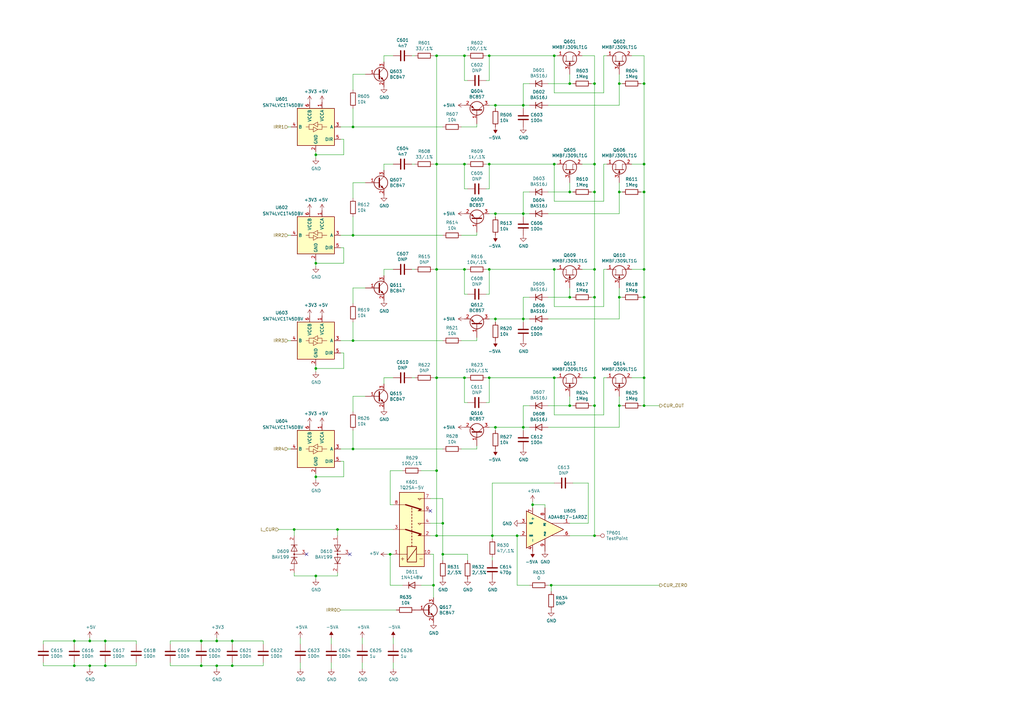
<source format=kicad_sch>
(kicad_sch (version 20211123) (generator eeschema)
  (paper "A3")
  (junction (at 179.07 110.49))
  (junction (at 214.63 43.18))
  (junction (at 264.16 166.37))
  (junction (at 144.78 184.15))
  (junction (at 233.68 121.92))
  (junction (at 214.63 175.26))
  (junction (at 214.63 87.63))
  (junction (at 264.16 78.74))
  (junction (at 179.07 22.86))
  (junction (at 88.9 273.05))
  (junction (at 233.68 166.37))
  (junction (at 218.44 207.01))
  (junction (at 190.5 154.94))
  (junction (at 203.2 87.63))
  (junction (at 200.66 110.49))
  (junction (at 36.83 273.05))
  (junction (at 82.55 262.89))
  (junction (at 190.5 110.49))
  (junction (at 200.66 67.31))
  (junction (at 264.16 154.94))
  (junction (at 243.84 154.94))
  (junction (at 243.84 219.71))
  (junction (at 129.54 107.95))
  (junction (at 227.33 154.94))
  (junction (at 144.78 139.7))
  (junction (at 264.16 67.31))
  (junction (at 138.43 217.17))
  (junction (at 181.61 214.63))
  (junction (at 190.5 67.31))
  (junction (at 254 121.92))
  (junction (at 227.33 22.86))
  (junction (at 264.16 110.49))
  (junction (at 264.16 121.92))
  (junction (at 243.84 110.49))
  (junction (at 129.54 151.13))
  (junction (at 200.66 22.86))
  (junction (at 212.09 219.71))
  (junction (at 179.07 67.31))
  (junction (at 254 166.37))
  (junction (at 82.55 273.05))
  (junction (at 88.9 262.89))
  (junction (at 43.18 273.05))
  (junction (at 254 78.74))
  (junction (at 95.25 262.89))
  (junction (at 177.8 240.03))
  (junction (at 226.06 240.03))
  (junction (at 203.2 43.18))
  (junction (at 227.33 110.49))
  (junction (at 233.68 34.29))
  (junction (at 243.84 166.37))
  (junction (at 203.2 130.81))
  (junction (at 254 34.29))
  (junction (at 243.84 78.74))
  (junction (at 181.61 227.33))
  (junction (at 214.63 130.81))
  (junction (at 233.68 78.74))
  (junction (at 179.07 219.71))
  (junction (at 43.18 262.89))
  (junction (at 144.78 52.07))
  (junction (at 179.07 154.94))
  (junction (at 190.5 22.86))
  (junction (at 203.2 175.26))
  (junction (at 129.54 63.5))
  (junction (at 144.78 96.52))
  (junction (at 120.65 217.17))
  (junction (at 36.83 262.89))
  (junction (at 30.48 262.89))
  (junction (at 243.84 67.31))
  (junction (at 243.84 121.92))
  (junction (at 30.48 273.05))
  (junction (at 243.84 34.29))
  (junction (at 95.25 273.05))
  (junction (at 129.54 236.22))
  (junction (at 129.54 195.58))
  (junction (at 160.02 227.33))
  (junction (at 201.93 219.71))
  (junction (at 227.33 67.31))
  (junction (at 200.66 154.94))
  (junction (at 264.16 34.29))
  (junction (at 179.07 193.04))
  (no_connect (at 125.73 227.33))
  (no_connect (at 176.53 209.55))
  (no_connect (at 143.51 227.33))
  (wire (pts (xy 144.78 74.93) (xy 144.78 81.28)))
  (wire (pts (xy 165.1 240.03) (xy 160.02 240.03)))
  (wire (pts (xy 203.2 44.45) (xy 203.2 43.18)))
  (wire (pts (xy 247.65 125.73) (xy 227.33 125.73)))
  (wire (pts (xy 129.54 149.86) (xy 129.54 151.13)))
  (wire (pts (xy 199.39 110.49) (xy 200.66 110.49)))
  (wire (pts (xy 120.65 234.95) (xy 120.65 236.22)))
  (wire (pts (xy 82.55 262.89) (xy 69.85 262.89)))
  (wire (pts (xy 120.65 219.71) (xy 120.65 217.17)))
  (wire (pts (xy 144.78 139.7) (xy 181.61 139.7)))
  (wire (pts (xy 191.77 120.65) (xy 190.5 120.65)))
  (wire (pts (xy 107.95 273.05) (xy 107.95 271.78)))
  (wire (pts (xy 228.6 154.94) (xy 227.33 154.94)))
  (wire (pts (xy 243.84 67.31) (xy 238.76 67.31)))
  (wire (pts (xy 214.63 176.53) (xy 214.63 175.26)))
  (wire (pts (xy 247.65 110.49) (xy 247.65 125.73)))
  (wire (pts (xy 114.3 217.17) (xy 120.65 217.17)))
  (wire (pts (xy 157.48 110.49) (xy 157.48 113.03)))
  (wire (pts (xy 200.66 67.31) (xy 200.66 77.47)))
  (wire (pts (xy 160.02 207.01) (xy 160.02 193.04)))
  (wire (pts (xy 227.33 198.12) (xy 201.93 198.12)))
  (wire (pts (xy 69.85 271.78) (xy 69.85 273.05)))
  (wire (pts (xy 224.79 121.92) (xy 233.68 121.92)))
  (wire (pts (xy 227.33 125.73) (xy 227.33 110.49)))
  (wire (pts (xy 264.16 22.86) (xy 259.08 22.86)))
  (wire (pts (xy 201.93 220.98) (xy 201.93 219.71)))
  (wire (pts (xy 203.2 43.18) (xy 200.66 43.18)))
  (wire (pts (xy 247.65 38.1) (xy 227.33 38.1)))
  (wire (pts (xy 179.07 110.49) (xy 190.5 110.49)))
  (wire (pts (xy 200.66 77.47) (xy 199.39 77.47)))
  (wire (pts (xy 135.89 264.16) (xy 135.89 261.62)))
  (wire (pts (xy 179.07 110.49) (xy 179.07 67.31)))
  (wire (pts (xy 217.17 43.18) (xy 214.63 43.18)))
  (wire (pts (xy 95.25 262.89) (xy 95.25 264.16)))
  (wire (pts (xy 264.16 67.31) (xy 259.08 67.31)))
  (wire (pts (xy 190.5 67.31) (xy 191.77 67.31)))
  (wire (pts (xy 247.65 67.31) (xy 247.65 82.55)))
  (wire (pts (xy 129.54 237.49) (xy 129.54 236.22)))
  (wire (pts (xy 144.78 176.53) (xy 144.78 184.15)))
  (wire (pts (xy 30.48 262.89) (xy 30.48 264.16)))
  (wire (pts (xy 254 166.37) (xy 254 162.56)))
  (wire (pts (xy 217.17 78.74) (xy 214.63 78.74)))
  (wire (pts (xy 179.07 67.31) (xy 179.07 22.86)))
  (wire (pts (xy 203.2 132.08) (xy 203.2 130.81)))
  (wire (pts (xy 55.88 273.05) (xy 55.88 271.78)))
  (wire (pts (xy 55.88 262.89) (xy 43.18 262.89)))
  (wire (pts (xy 264.16 166.37) (xy 264.16 154.94)))
  (wire (pts (xy 179.07 154.94) (xy 190.5 154.94)))
  (wire (pts (xy 226.06 242.57) (xy 226.06 240.03)))
  (wire (pts (xy 118.11 184.15) (xy 119.38 184.15)))
  (wire (pts (xy 161.29 110.49) (xy 157.48 110.49)))
  (wire (pts (xy 140.97 151.13) (xy 140.97 144.78)))
  (wire (pts (xy 179.07 154.94) (xy 179.07 110.49)))
  (wire (pts (xy 95.25 273.05) (xy 107.95 273.05)))
  (wire (pts (xy 179.07 219.71) (xy 201.93 219.71)))
  (wire (pts (xy 255.27 121.92) (xy 254 121.92)))
  (wire (pts (xy 255.27 78.74) (xy 254 78.74)))
  (wire (pts (xy 177.8 240.03) (xy 177.8 227.33)))
  (wire (pts (xy 247.65 82.55) (xy 227.33 82.55)))
  (wire (pts (xy 224.79 175.26) (xy 254 175.26)))
  (wire (pts (xy 179.07 193.04) (xy 179.07 154.94)))
  (wire (pts (xy 262.89 78.74) (xy 264.16 78.74)))
  (wire (pts (xy 135.89 274.32) (xy 135.89 271.78)))
  (wire (pts (xy 157.48 22.86) (xy 157.48 25.4)))
  (wire (pts (xy 176.53 219.71) (xy 179.07 219.71)))
  (wire (pts (xy 264.16 78.74) (xy 264.16 67.31)))
  (wire (pts (xy 160.02 227.33) (xy 161.29 227.33)))
  (wire (pts (xy 82.55 273.05) (xy 88.9 273.05)))
  (wire (pts (xy 129.54 152.4) (xy 129.54 151.13)))
  (wire (pts (xy 144.78 96.52) (xy 181.61 96.52)))
  (wire (pts (xy 161.29 154.94) (xy 157.48 154.94)))
  (wire (pts (xy 160.02 193.04) (xy 165.1 193.04)))
  (wire (pts (xy 140.97 107.95) (xy 140.97 101.6)))
  (wire (pts (xy 224.79 130.81) (xy 254 130.81)))
  (wire (pts (xy 217.17 130.81) (xy 214.63 130.81)))
  (wire (pts (xy 140.97 63.5) (xy 140.97 57.15)))
  (wire (pts (xy 242.57 34.29) (xy 243.84 34.29)))
  (wire (pts (xy 144.78 132.08) (xy 144.78 139.7)))
  (wire (pts (xy 203.2 176.53) (xy 203.2 175.26)))
  (wire (pts (xy 36.83 273.05) (xy 43.18 273.05)))
  (wire (pts (xy 107.95 264.16) (xy 107.95 262.89)))
  (wire (pts (xy 88.9 273.05) (xy 95.25 273.05)))
  (wire (pts (xy 119.38 52.07) (xy 118.11 52.07)))
  (wire (pts (xy 190.5 154.94) (xy 191.77 154.94)))
  (wire (pts (xy 224.79 78.74) (xy 233.68 78.74)))
  (wire (pts (xy 217.17 175.26) (xy 214.63 175.26)))
  (wire (pts (xy 243.84 78.74) (xy 243.84 67.31)))
  (wire (pts (xy 118.11 96.52) (xy 119.38 96.52)))
  (wire (pts (xy 233.68 121.92) (xy 233.68 118.11)))
  (wire (pts (xy 214.63 132.08) (xy 214.63 130.81)))
  (wire (pts (xy 247.65 154.94) (xy 247.65 170.18)))
  (wire (pts (xy 190.5 110.49) (xy 191.77 110.49)))
  (wire (pts (xy 254 121.92) (xy 254 118.11)))
  (wire (pts (xy 212.09 219.71) (xy 201.93 219.71)))
  (wire (pts (xy 247.65 170.18) (xy 227.33 170.18)))
  (wire (pts (xy 43.18 273.05) (xy 55.88 273.05)))
  (wire (pts (xy 140.97 195.58) (xy 140.97 189.23)))
  (wire (pts (xy 157.48 154.94) (xy 157.48 157.48)))
  (wire (pts (xy 160.02 227.33) (xy 158.75 227.33)))
  (wire (pts (xy 200.66 165.1) (xy 199.39 165.1)))
  (wire (pts (xy 254 78.74) (xy 254 74.93)))
  (wire (pts (xy 189.23 52.07) (xy 195.58 52.07)))
  (wire (pts (xy 30.48 262.89) (xy 17.78 262.89)))
  (wire (pts (xy 177.8 240.03) (xy 177.8 245.11)))
  (wire (pts (xy 243.84 121.92) (xy 243.84 110.49)))
  (wire (pts (xy 242.57 121.92) (xy 243.84 121.92)))
  (wire (pts (xy 241.3 214.63) (xy 241.3 198.12)))
  (wire (pts (xy 36.83 274.32) (xy 36.83 273.05)))
  (wire (pts (xy 161.29 67.31) (xy 157.48 67.31)))
  (wire (pts (xy 177.8 110.49) (xy 179.07 110.49)))
  (wire (pts (xy 160.02 240.03) (xy 160.02 227.33)))
  (wire (pts (xy 191.77 165.1) (xy 190.5 165.1)))
  (wire (pts (xy 233.68 219.71) (xy 243.84 219.71)))
  (wire (pts (xy 234.95 121.92) (xy 233.68 121.92)))
  (wire (pts (xy 200.66 154.94) (xy 200.66 165.1)))
  (wire (pts (xy 129.54 195.58) (xy 140.97 195.58)))
  (wire (pts (xy 190.5 33.02) (xy 190.5 22.86)))
  (wire (pts (xy 201.93 229.87) (xy 201.93 228.6)))
  (wire (pts (xy 199.39 154.94) (xy 200.66 154.94)))
  (wire (pts (xy 129.54 194.31) (xy 129.54 195.58)))
  (wire (pts (xy 227.33 110.49) (xy 200.66 110.49)))
  (wire (pts (xy 264.16 154.94) (xy 259.08 154.94)))
  (wire (pts (xy 161.29 264.16) (xy 161.29 261.62)))
  (wire (pts (xy 43.18 271.78) (xy 43.18 273.05)))
  (wire (pts (xy 233.68 34.29) (xy 233.68 30.48)))
  (wire (pts (xy 217.17 166.37) (xy 214.63 166.37)))
  (wire (pts (xy 144.78 118.11) (xy 144.78 124.46)))
  (wire (pts (xy 55.88 264.16) (xy 55.88 262.89)))
  (wire (pts (xy 264.16 166.37) (xy 270.51 166.37)))
  (wire (pts (xy 203.2 88.9) (xy 203.2 87.63)))
  (wire (pts (xy 200.66 22.86) (xy 200.66 33.02)))
  (wire (pts (xy 224.79 87.63) (xy 254 87.63)))
  (wire (pts (xy 214.63 166.37) (xy 214.63 175.26)))
  (wire (pts (xy 190.5 22.86) (xy 191.77 22.86)))
  (wire (pts (xy 243.84 34.29) (xy 243.84 22.86)))
  (wire (pts (xy 140.97 57.15) (xy 139.7 57.15)))
  (wire (pts (xy 177.8 154.94) (xy 179.07 154.94)))
  (wire (pts (xy 139.7 139.7) (xy 144.78 139.7)))
  (wire (pts (xy 214.63 44.45) (xy 214.63 43.18)))
  (wire (pts (xy 262.89 166.37) (xy 264.16 166.37)))
  (wire (pts (xy 228.6 22.86) (xy 227.33 22.86)))
  (wire (pts (xy 243.84 22.86) (xy 238.76 22.86)))
  (wire (pts (xy 148.59 264.16) (xy 148.59 261.62)))
  (wire (pts (xy 191.77 229.87) (xy 191.77 227.33)))
  (wire (pts (xy 264.16 67.31) (xy 264.16 34.29)))
  (wire (pts (xy 248.92 154.94) (xy 247.65 154.94)))
  (wire (pts (xy 243.84 166.37) (xy 243.84 219.71)))
  (wire (pts (xy 218.44 205.74) (xy 218.44 207.01)))
  (wire (pts (xy 30.48 271.78) (xy 30.48 273.05)))
  (wire (pts (xy 200.66 33.02) (xy 199.39 33.02)))
  (wire (pts (xy 223.52 208.28) (xy 223.52 207.01)))
  (wire (pts (xy 144.78 184.15) (xy 181.61 184.15)))
  (wire (pts (xy 203.2 130.81) (xy 200.66 130.81)))
  (wire (pts (xy 95.25 271.78) (xy 95.25 273.05)))
  (wire (pts (xy 190.5 165.1) (xy 190.5 154.94)))
  (wire (pts (xy 140.97 101.6) (xy 139.7 101.6)))
  (wire (pts (xy 190.5 77.47) (xy 190.5 67.31)))
  (wire (pts (xy 139.7 52.07) (xy 144.78 52.07)))
  (wire (pts (xy 218.44 207.01) (xy 218.44 208.28)))
  (wire (pts (xy 161.29 274.32) (xy 161.29 271.78)))
  (wire (pts (xy 248.92 67.31) (xy 247.65 67.31)))
  (wire (pts (xy 213.36 219.71) (xy 212.09 219.71)))
  (wire (pts (xy 243.84 166.37) (xy 243.84 154.94)))
  (wire (pts (xy 248.92 110.49) (xy 247.65 110.49)))
  (wire (pts (xy 189.23 96.52) (xy 195.58 96.52)))
  (wire (pts (xy 214.63 121.92) (xy 214.63 130.81)))
  (wire (pts (xy 177.8 227.33) (xy 176.53 227.33)))
  (wire (pts (xy 17.78 273.05) (xy 30.48 273.05)))
  (wire (pts (xy 201.93 198.12) (xy 201.93 219.71)))
  (wire (pts (xy 195.58 184.15) (xy 195.58 182.88)))
  (wire (pts (xy 123.19 274.32) (xy 123.19 271.78)))
  (wire (pts (xy 203.2 87.63) (xy 200.66 87.63)))
  (wire (pts (xy 217.17 240.03) (xy 212.09 240.03)))
  (wire (pts (xy 254 43.18) (xy 254 34.29)))
  (wire (pts (xy 181.61 227.33) (xy 181.61 214.63)))
  (wire (pts (xy 227.33 38.1) (xy 227.33 22.86)))
  (wire (pts (xy 212.09 240.03) (xy 212.09 219.71)))
  (wire (pts (xy 227.33 170.18) (xy 227.33 154.94)))
  (wire (pts (xy 262.89 121.92) (xy 264.16 121.92)))
  (wire (pts (xy 243.84 110.49) (xy 243.84 78.74)))
  (wire (pts (xy 195.58 52.07) (xy 195.58 50.8)))
  (wire (pts (xy 190.5 120.65) (xy 190.5 110.49)))
  (wire (pts (xy 144.78 30.48) (xy 144.78 36.83)))
  (wire (pts (xy 217.17 34.29) (xy 214.63 34.29)))
  (wire (pts (xy 214.63 78.74) (xy 214.63 87.63)))
  (wire (pts (xy 214.63 43.18) (xy 203.2 43.18)))
  (wire (pts (xy 129.54 62.23) (xy 129.54 63.5)))
  (wire (pts (xy 144.78 162.56) (xy 149.86 162.56)))
  (wire (pts (xy 181.61 214.63) (xy 176.53 214.63)))
  (wire (pts (xy 118.11 139.7) (xy 119.38 139.7)))
  (wire (pts (xy 191.77 77.47) (xy 190.5 77.47)))
  (wire (pts (xy 233.68 78.74) (xy 233.68 74.93)))
  (wire (pts (xy 242.57 78.74) (xy 243.84 78.74)))
  (wire (pts (xy 69.85 262.89) (xy 69.85 264.16)))
  (wire (pts (xy 88.9 262.89) (xy 82.55 262.89)))
  (wire (pts (xy 179.07 193.04) (xy 179.07 219.71)))
  (wire (pts (xy 95.25 262.89) (xy 88.9 262.89)))
  (wire (pts (xy 172.72 240.03) (xy 177.8 240.03)))
  (wire (pts (xy 176.53 204.47) (xy 181.61 204.47)))
  (wire (pts (xy 144.78 88.9) (xy 144.78 96.52)))
  (wire (pts (xy 161.29 22.86) (xy 157.48 22.86)))
  (wire (pts (xy 157.48 67.31) (xy 157.48 69.85)))
  (wire (pts (xy 254 175.26) (xy 254 166.37)))
  (wire (pts (xy 168.91 110.49) (xy 170.18 110.49)))
  (wire (pts (xy 129.54 196.85) (xy 129.54 195.58)))
  (wire (pts (xy 43.18 262.89) (xy 36.83 262.89)))
  (wire (pts (xy 217.17 121.92) (xy 214.63 121.92)))
  (wire (pts (xy 234.95 78.74) (xy 233.68 78.74)))
  (wire (pts (xy 144.78 74.93) (xy 149.86 74.93)))
  (wire (pts (xy 129.54 109.22) (xy 129.54 107.95)))
  (wire (pts (xy 36.83 261.62) (xy 36.83 262.89)))
  (wire (pts (xy 129.54 63.5) (xy 140.97 63.5)))
  (wire (pts (xy 199.39 67.31) (xy 200.66 67.31)))
  (wire (pts (xy 139.7 96.52) (xy 144.78 96.52)))
  (wire (pts (xy 181.61 229.87) (xy 181.61 227.33)))
  (wire (pts (xy 226.06 240.03) (xy 270.51 240.03)))
  (wire (pts (xy 179.07 22.86) (xy 190.5 22.86)))
  (wire (pts (xy 243.84 154.94) (xy 243.84 121.92)))
  (wire (pts (xy 262.89 34.29) (xy 264.16 34.29)))
  (wire (pts (xy 139.7 184.15) (xy 144.78 184.15)))
  (wire (pts (xy 203.2 175.26) (xy 200.66 175.26)))
  (wire (pts (xy 233.68 214.63) (xy 241.3 214.63)))
  (wire (pts (xy 179.07 67.31) (xy 190.5 67.31)))
  (wire (pts (xy 214.63 87.63) (xy 203.2 87.63)))
  (wire (pts (xy 189.23 139.7) (xy 195.58 139.7)))
  (wire (pts (xy 88.9 261.62) (xy 88.9 262.89)))
  (wire (pts (xy 36.83 262.89) (xy 30.48 262.89)))
  (wire (pts (xy 233.68 166.37) (xy 233.68 162.56)))
  (wire (pts (xy 144.78 30.48) (xy 149.86 30.48)))
  (wire (pts (xy 43.18 262.89) (xy 43.18 264.16)))
  (wire (pts (xy 214.63 88.9) (xy 214.63 87.63)))
  (wire (pts (xy 144.78 52.07) (xy 181.61 52.07)))
  (wire (pts (xy 144.78 118.11) (xy 149.86 118.11)))
  (wire (pts (xy 129.54 151.13) (xy 140.97 151.13)))
  (wire (pts (xy 241.3 198.12) (xy 234.95 198.12)))
  (wire (pts (xy 228.6 67.31) (xy 227.33 67.31)))
  (wire (pts (xy 264.16 154.94) (xy 264.16 121.92)))
  (wire (pts (xy 138.43 217.17) (xy 138.43 219.71)))
  (wire (pts (xy 172.72 193.04) (xy 179.07 193.04)))
  (wire (pts (xy 264.16 110.49) (xy 259.08 110.49)))
  (wire (pts (xy 223.52 207.01) (xy 218.44 207.01)))
  (wire (pts (xy 144.78 44.45) (xy 144.78 52.07)))
  (wire (pts (xy 123.19 264.16) (xy 123.19 261.62)))
  (wire (pts (xy 177.8 67.31) (xy 179.07 67.31)))
  (wire (pts (xy 200.66 110.49) (xy 200.66 120.65)))
  (wire (pts (xy 264.16 121.92) (xy 264.16 110.49)))
  (wire (pts (xy 129.54 106.68) (xy 129.54 107.95)))
  (wire (pts (xy 195.58 96.52) (xy 195.58 95.25)))
  (wire (pts (xy 254 130.81) (xy 254 121.92)))
  (wire (pts (xy 129.54 107.95) (xy 140.97 107.95)))
  (wire (pts (xy 82.55 271.78) (xy 82.55 273.05)))
  (wire (pts (xy 181.61 204.47) (xy 181.61 214.63)))
  (wire (pts (xy 224.79 240.03) (xy 226.06 240.03)))
  (wire (pts (xy 189.23 184.15) (xy 195.58 184.15)))
  (wire (pts (xy 224.79 166.37) (xy 233.68 166.37)))
  (wire (pts (xy 162.56 250.19) (xy 139.7 250.19)))
  (wire (pts (xy 148.59 274.32) (xy 148.59 271.78)))
  (wire (pts (xy 191.77 33.02) (xy 190.5 33.02)))
  (wire (pts (xy 243.84 67.31) (xy 243.84 34.29)))
  (wire (pts (xy 200.66 120.65) (xy 199.39 120.65)))
  (wire (pts (xy 161.29 217.17) (xy 138.43 217.17)))
  (wire (pts (xy 140.97 189.23) (xy 139.7 189.23)))
  (wire (pts (xy 144.78 162.56) (xy 144.78 168.91)))
  (wire (pts (xy 227.33 82.55) (xy 227.33 67.31)))
  (wire (pts (xy 228.6 110.49) (xy 227.33 110.49)))
  (wire (pts (xy 17.78 262.89) (xy 17.78 264.16)))
  (wire (pts (xy 214.63 130.81) (xy 203.2 130.81)))
  (wire (pts (xy 195.58 139.7) (xy 195.58 138.43)))
  (wire (pts (xy 120.65 217.17) (xy 138.43 217.17)))
  (wire (pts (xy 227.33 22.86) (xy 200.66 22.86)))
  (wire (pts (xy 138.43 236.22) (xy 138.43 234.95)))
  (wire (pts (xy 243.84 110.49) (xy 238.76 110.49)))
  (wire (pts (xy 247.65 22.86) (xy 247.65 38.1)))
  (wire (pts (xy 161.29 207.01) (xy 160.02 207.01)))
  (wire (pts (xy 248.92 22.86) (xy 247.65 22.86)))
  (wire (pts (xy 129.54 64.77) (xy 129.54 63.5)))
  (wire (pts (xy 17.78 271.78) (xy 17.78 273.05)))
  (wire (pts (xy 82.55 262.89) (xy 82.55 264.16)))
  (wire (pts (xy 88.9 274.32) (xy 88.9 273.05)))
  (wire (pts (xy 168.91 67.31) (xy 170.18 67.31)))
  (wire (pts (xy 140.97 144.78) (xy 139.7 144.78)))
  (wire (pts (xy 255.27 34.29) (xy 254 34.29)))
  (wire (pts (xy 224.79 34.29) (xy 233.68 34.29)))
  (wire (pts (xy 217.17 87.63) (xy 214.63 87.63)))
  (wire (pts (xy 227.33 67.31) (xy 200.66 67.31)))
  (wire (pts (xy 168.91 154.94) (xy 170.18 154.94)))
  (wire (pts (xy 243.84 154.94) (xy 238.76 154.94)))
  (wire (pts (xy 254 87.63) (xy 254 78.74)))
  (wire (pts (xy 254 34.29) (xy 254 30.48)))
  (wire (pts (xy 224.79 43.18) (xy 254 43.18)))
  (wire (pts (xy 199.39 22.86) (xy 200.66 22.86)))
  (wire (pts (xy 264.16 110.49) (xy 264.16 78.74)))
  (wire (pts (xy 177.8 22.86) (xy 179.07 22.86)))
  (wire (pts (xy 168.91 22.86) (xy 170.18 22.86)))
  (wire (pts (xy 214.63 34.29) (xy 214.63 43.18)))
  (wire (pts (xy 214.63 175.26) (xy 203.2 175.26)))
  (wire (pts (xy 264.16 34.29) (xy 264.16 22.86)))
  (wire (pts (xy 69.85 273.05) (xy 82.55 273.05)))
  (wire (pts (xy 191.77 227.33) (xy 181.61 227.33)))
  (wire (pts (xy 129.54 236.22) (xy 138.43 236.22)))
  (wire (pts (xy 227.33 154.94) (xy 200.66 154.94)))
  (wire (pts (xy 107.95 262.89) (xy 95.25 262.89)))
  (wire (pts (xy 120.65 236.22) (xy 129.54 236.22)))
  (wire (pts (xy 242.57 166.37) (xy 243.84 166.37)))
  (wire (pts (xy 234.95 34.29) (xy 233.68 34.29)))
  (wire (pts (xy 30.48 273.05) (xy 36.83 273.05)))
  (wire (pts (xy 234.95 166.37) (xy 233.68 166.37)))
  (wire (pts (xy 255.27 166.37) (xy 254 166.37)))
  (hierarchical_label "L_CUR" (shape input) (at 114.3 217.17 180))
  (hierarchical_label "IRR1" (shape input) (at 118.11 52.07 180))
  (hierarchical_label "CUR_OUT" (shape output) (at 270.51 166.37 0))
  (hierarchical_label "IRR2" (shape input) (at 118.11 96.52 180))
  (hierarchical_label "CUR_ZERO" (shape output) (at 270.51 240.03 0))
  (hierarchical_label "IRR4" (shape input) (at 118.11 184.15 180))
  (hierarchical_label "IRR0" (shape input) (at 139.7 250.19 180))
  (hierarchical_label "IRR3" (shape input) (at 118.11 139.7 180))
  (symbol (lib_id "Diode:BAV99") (at 120.65 227.33 90) (unit 1)
    (property "Reference" "D609" (at 118.6434 226.1616 90) (effects (justify left)))
    (property "Value" "BAV199" (at 118.6434 228.473 90) (effects (justify left)))
    (property "Footprint" "Package_TO_SOT_SMD:SOT-23" (effects hide))
    (property "Datasheet" "https://assets.nexperia.com/documents/data-sheet/BAV99_SER.pdf" (effects hide))
  )
  (symbol (lib_id "Diode:BAV99") (at 138.43 227.33 90) (mirror x) (unit 1)
    (property "Reference" "D610" (at 136.4234 226.1616 90) (effects (justify left)))
    (property "Value" "BAV199" (at 136.4234 228.473 90) (effects (justify left)))
    (property "Footprint" "Package_TO_SOT_SMD:SOT-23" (effects hide))
    (property "Datasheet" "https://assets.nexperia.com/documents/data-sheet/BAV99_SER.pdf" (effects hide))
  )
  (symbol (lib_id "power:GND") (at 129.54 237.49 0) (unit 1)
    (property "Reference" "#PWR0634" (effects hide))
    (property "Value" "GND" (at 129.667 241.8842 0))
  )
  (symbol (lib_id "ETH1CLCR2:TQ2SA-5V") (at 168.91 217.17 270) (mirror x) (unit 1)
    (property "Reference" "K601" (at 168.91 197.6882 90))
    (property "Value" "TQ2SA-5V" (at 168.91 199.9996 90))
    (property "Footprint" "ETH1CLCR2:SA" (effects hide))
  )
  (symbol (lib_id "Device:R") (at 168.91 193.04 270) (unit 1)
    (property "Reference" "R629" (at 168.91 187.7822 90))
    (property "Value" "100/.1%" (at 168.91 190.0936 90))
    (property "Footprint" "Resistor_SMD:R_0603_1608Metric_Pad0.98x0.95mm_HandSolder" (effects hide))
  )
  (symbol (lib_id "power:+5V") (at 158.75 227.33 90) (unit 1)
    (property "Reference" "#PWR0633" (effects hide))
    (property "Value" "+5V" (at 155.4988 226.949 90) (effects (justify left)))
  )
  (symbol (lib_id "Device:D") (at 168.91 240.03 0) (unit 1)
    (property "Reference" "D611" (at 168.91 234.5182 0))
    (property "Value" "1N4148W" (at 168.91 236.8296 0))
    (property "Footprint" "Diode_SMD:D_SOD-123" (effects hide))
  )
  (symbol (lib_id "Transistor_BJT:BC847") (at 175.26 250.19 0) (unit 1)
    (property "Reference" "Q617" (at 180.1114 249.0216 0) (effects (justify left)))
    (property "Value" "BC847" (at 180.1114 251.333 0) (effects (justify left)))
    (property "Footprint" "Package_TO_SOT_SMD:SOT-23" (effects hide))
    (property "Datasheet" "http://www.infineon.com/dgdl/Infineon-BC847SERIES_BC848SERIES_BC849SERIES_BC850SERIES-DS-v01_01-en.pdf?fileId=db3a304314dca389011541d4630a1657" (effects hide))
  )
  (symbol (lib_id "Device:R") (at 166.37 250.19 270) (unit 1)
    (property "Reference" "R635" (at 166.37 244.9322 90))
    (property "Value" "10k" (at 166.37 247.2436 90))
    (property "Footprint" "Resistor_SMD:R_0603_1608Metric_Pad0.98x0.95mm_HandSolder" (effects hide))
  )
  (symbol (lib_id "power:GND") (at 177.8 255.27 0) (unit 1)
    (property "Reference" "#PWR0639" (effects hide))
    (property "Value" "GND" (at 177.927 259.6642 0))
  )
  (symbol (lib_id "power:GND") (at 181.61 237.49 0) (unit 1)
    (property "Reference" "#PWR0635" (effects hide))
    (property "Value" "GND" (at 181.737 241.8842 0))
  )
  (symbol (lib_id "Device:R") (at 201.93 224.79 0) (unit 1)
    (property "Reference" "R630" (at 203.708 223.6216 0) (effects (justify left)))
    (property "Value" "47/.1%" (at 203.708 225.933 0) (effects (justify left)))
    (property "Footprint" "Resistor_SMD:R_0603_1608Metric_Pad0.98x0.95mm_HandSolder" (effects hide))
  )
  (symbol (lib_id "Device:C") (at 201.93 233.68 0) (unit 1)
    (property "Reference" "C614" (at 204.851 232.5116 0) (effects (justify left)))
    (property "Value" "470p" (at 204.851 234.823 0) (effects (justify left)))
    (property "Footprint" "Capacitor_SMD:C_0603_1608Metric_Pad1.08x0.95mm_HandSolder" (effects hide))
  )
  (symbol (lib_id "power:GND") (at 201.93 237.49 0) (unit 1)
    (property "Reference" "#PWR0637" (effects hide))
    (property "Value" "GND" (at 202.057 241.8842 0))
  )
  (symbol (lib_id "Transistor_BJT:BC847") (at 154.94 30.48 0) (unit 1)
    (property "Reference" "Q603" (at 159.7914 29.3116 0) (effects (justify left)))
    (property "Value" "BC847" (at 159.7914 31.623 0) (effects (justify left)))
    (property "Footprint" "Package_TO_SOT_SMD:SOT-23" (effects hide))
    (property "Datasheet" "http://www.infineon.com/dgdl/Infineon-BC847SERIES_BC848SERIES_BC849SERIES_BC850SERIES-DS-v01_01-en.pdf?fileId=db3a304314dca389011541d4630a1657" (effects hide))
  )
  (symbol (lib_id "power:GND") (at 157.48 35.56 0) (unit 1)
    (property "Reference" "#PWR0601" (effects hide))
    (property "Value" "GND" (at 157.607 39.9542 0))
  )
  (symbol (lib_id "Device:R") (at 144.78 40.64 0) (unit 1)
    (property "Reference" "R605" (at 146.558 39.4716 0) (effects (justify left)))
    (property "Value" "10k" (at 146.558 41.783 0) (effects (justify left)))
    (property "Footprint" "Resistor_SMD:R_0603_1608Metric_Pad0.98x0.95mm_HandSolder" (effects hide))
  )
  (symbol (lib_id "Device:C") (at 165.1 22.86 270) (unit 1)
    (property "Reference" "C601" (at 165.1 16.4592 90))
    (property "Value" "4n7" (at 165.1 18.7706 90))
    (property "Footprint" "Capacitor_SMD:C_0603_1608Metric_Pad1.08x0.95mm_HandSolder" (effects hide))
  )
  (symbol (lib_id "Device:R") (at 173.99 22.86 270) (unit 1)
    (property "Reference" "R601" (at 173.99 17.6022 90))
    (property "Value" "33/.1%" (at 173.99 19.9136 90))
    (property "Footprint" "Resistor_SMD:R_0603_1608Metric_Pad0.98x0.95mm_HandSolder" (effects hide))
  )
  (symbol (lib_id "Device:R") (at 195.58 22.86 270) (unit 1)
    (property "Reference" "R602" (at 195.58 17.6022 90))
    (property "Value" "100/.1%" (at 195.58 19.9136 90))
    (property "Footprint" "Resistor_SMD:R_0603_1608Metric_Pad0.98x0.95mm_HandSolder" (effects hide))
  )
  (symbol (lib_id "Device:C") (at 195.58 33.02 270) (unit 1)
    (property "Reference" "C602" (at 195.58 26.6192 90))
    (property "Value" "DNP" (at 195.58 28.9306 90))
    (property "Footprint" "Capacitor_SMD:C_0603_1608Metric_Pad1.08x0.95mm_HandSolder" (effects hide))
  )
  (symbol (lib_id "Device:D") (at 220.98 87.63 0) (unit 1)
    (property "Reference" "D604" (at 220.98 82.1182 0))
    (property "Value" "BAS16J" (at 220.98 84.4296 0))
    (property "Footprint" "Diode_SMD:D_SOD-323_HandSoldering" (effects hide))
  )
  (symbol (lib_id "Transistor_BJT:BC857") (at 195.58 45.72 270) (mirror x) (unit 1)
    (property "Reference" "Q604" (at 195.58 37.3888 90))
    (property "Value" "BC857" (at 195.58 39.7002 90))
    (property "Footprint" "Package_TO_SOT_SMD:SOT-23" (effects hide))
    (property "Datasheet" "https://www.onsemi.com/pub/Collateral/BC860-D.pdf" (effects hide))
  )
  (symbol (lib_id "Device:D") (at 220.98 78.74 0) (unit 1)
    (property "Reference" "D603" (at 220.98 73.2282 0))
    (property "Value" "BAS16J" (at 220.98 75.5396 0))
    (property "Footprint" "Diode_SMD:D_SOD-323_HandSoldering" (effects hide))
  )
  (symbol (lib_id "Device:R") (at 185.42 52.07 270) (unit 1)
    (property "Reference" "R607" (at 185.42 46.8122 90))
    (property "Value" "10k" (at 185.42 49.1236 90))
    (property "Footprint" "Resistor_SMD:R_0603_1608Metric_Pad0.98x0.95mm_HandSolder" (effects hide))
  )
  (symbol (lib_id "Device:D") (at 220.98 34.29 0) (unit 1)
    (property "Reference" "D601" (at 220.98 28.7782 0))
    (property "Value" "BAS16J" (at 220.98 31.0896 0))
    (property "Footprint" "Diode_SMD:D_SOD-323_HandSoldering" (effects hide))
  )
  (symbol (lib_id "Device:D") (at 220.98 43.18 0) (unit 1)
    (property "Reference" "D602" (at 220.98 37.6682 0))
    (property "Value" "BAS16J" (at 220.98 39.9796 0))
    (property "Footprint" "Diode_SMD:D_SOD-323_HandSoldering" (effects hide))
  )
  (symbol (lib_id "Device:R") (at 203.2 48.26 0) (unit 1)
    (property "Reference" "R606" (at 204.978 47.0916 0) (effects (justify left)))
    (property "Value" "10k" (at 204.978 49.403 0) (effects (justify left)))
    (property "Footprint" "Resistor_SMD:R_0603_1608Metric_Pad0.98x0.95mm_HandSolder" (effects hide))
  )
  (symbol (lib_id "Device:D") (at 220.98 121.92 0) (unit 1)
    (property "Reference" "D605" (at 220.98 116.4082 0))
    (property "Value" "BAS16J" (at 220.98 118.7196 0))
    (property "Footprint" "Diode_SMD:D_SOD-323_HandSoldering" (effects hide))
  )
  (symbol (lib_id "Device:D") (at 220.98 130.81 0) (unit 1)
    (property "Reference" "D606" (at 220.98 125.2982 0))
    (property "Value" "BAS16J" (at 220.98 127.6096 0))
    (property "Footprint" "Diode_SMD:D_SOD-323_HandSoldering" (effects hide))
  )
  (symbol (lib_id "Device:D") (at 220.98 166.37 0) (unit 1)
    (property "Reference" "D607" (at 220.98 160.8582 0))
    (property "Value" "BAS16J" (at 220.98 163.1696 0))
    (property "Footprint" "Diode_SMD:D_SOD-323_HandSoldering" (effects hide))
  )
  (symbol (lib_id "Device:D") (at 220.98 175.26 0) (unit 1)
    (property "Reference" "D608" (at 220.98 169.7482 0))
    (property "Value" "BAS16J" (at 220.98 172.0596 0))
    (property "Footprint" "Diode_SMD:D_SOD-323_HandSoldering" (effects hide))
  )
  (symbol (lib_id "Device:C") (at 214.63 48.26 0) (unit 1)
    (property "Reference" "C603" (at 217.551 47.0916 0) (effects (justify left)))
    (property "Value" "100n" (at 217.551 49.403 0) (effects (justify left)))
    (property "Footprint" "Capacitor_SMD:C_0603_1608Metric_Pad1.08x0.95mm_HandSolder" (effects hide))
  )
  (symbol (lib_id "power:GND") (at 214.63 52.07 0) (unit 1)
    (property "Reference" "#PWR0606" (effects hide))
    (property "Value" "GND" (at 214.757 56.4642 0))
  )
  (symbol (lib_id "Device:Q_NJFET_DSG") (at 233.68 25.4 90) (unit 1)
    (property "Reference" "Q601" (at 233.68 17.0688 90))
    (property "Value" "MMBFJ309LT1G" (at 233.68 19.3802 90))
    (property "Footprint" "Package_TO_SOT_SMD:SOT-23" (effects hide))
  )
  (symbol (lib_id "Device:R") (at 238.76 34.29 270) (unit 1)
    (property "Reference" "R603" (at 238.76 29.0322 90))
    (property "Value" "1Meg" (at 238.76 31.3436 90))
    (property "Footprint" "Resistor_SMD:R_0603_1608Metric_Pad0.98x0.95mm_HandSolder" (effects hide))
  )
  (symbol (lib_id "Device:Q_NJFET_DSG") (at 254 25.4 90) (unit 1)
    (property "Reference" "Q602" (at 254 17.0688 90))
    (property "Value" "MMBFJ309LT1G" (at 254 19.3802 90))
    (property "Footprint" "Package_TO_SOT_SMD:SOT-23" (effects hide))
  )
  (symbol (lib_id "Device:R") (at 259.08 34.29 270) (unit 1)
    (property "Reference" "R604" (at 259.08 29.0322 90))
    (property "Value" "1Meg" (at 259.08 31.3436 90))
    (property "Footprint" "Resistor_SMD:R_0603_1608Metric_Pad0.98x0.95mm_HandSolder" (effects hide))
  )
  (symbol (lib_id "Transistor_BJT:BC847") (at 154.94 74.93 0) (unit 1)
    (property "Reference" "Q607" (at 159.7914 73.7616 0) (effects (justify left)))
    (property "Value" "BC847" (at 159.7914 76.073 0) (effects (justify left)))
    (property "Footprint" "Package_TO_SOT_SMD:SOT-23" (effects hide))
    (property "Datasheet" "http://www.infineon.com/dgdl/Infineon-BC847SERIES_BC848SERIES_BC849SERIES_BC850SERIES-DS-v01_01-en.pdf?fileId=db3a304314dca389011541d4630a1657" (effects hide))
  )
  (symbol (lib_id "power:GND") (at 157.48 80.01 0) (unit 1)
    (property "Reference" "#PWR0608" (effects hide))
    (property "Value" "GND" (at 157.607 84.4042 0))
  )
  (symbol (lib_id "Device:R") (at 144.78 85.09 0) (unit 1)
    (property "Reference" "R612" (at 146.558 83.9216 0) (effects (justify left)))
    (property "Value" "10k" (at 146.558 86.233 0) (effects (justify left)))
    (property "Footprint" "Resistor_SMD:R_0603_1608Metric_Pad0.98x0.95mm_HandSolder" (effects hide))
  )
  (symbol (lib_id "Device:C") (at 165.1 67.31 270) (unit 1)
    (property "Reference" "C604" (at 165.1 60.9092 90))
    (property "Value" "4n7" (at 165.1 63.2206 90))
    (property "Footprint" "Capacitor_SMD:C_0603_1608Metric_Pad1.08x0.95mm_HandSolder" (effects hide))
  )
  (symbol (lib_id "Device:R") (at 173.99 67.31 270) (unit 1)
    (property "Reference" "R608" (at 173.99 62.0522 90))
    (property "Value" "33/.1%" (at 173.99 64.3636 90))
    (property "Footprint" "Resistor_SMD:R_0603_1608Metric_Pad0.98x0.95mm_HandSolder" (effects hide))
  )
  (symbol (lib_id "Device:R") (at 195.58 67.31 270) (unit 1)
    (property "Reference" "R609" (at 195.58 62.0522 90))
    (property "Value" "1k/.1%" (at 195.58 64.3636 90))
    (property "Footprint" "Resistor_SMD:R_0603_1608Metric_Pad0.98x0.95mm_HandSolder" (effects hide))
  )
  (symbol (lib_id "Device:C") (at 195.58 77.47 270) (unit 1)
    (property "Reference" "C605" (at 195.58 71.0692 90))
    (property "Value" "DNP" (at 195.58 73.3806 90))
    (property "Footprint" "Capacitor_SMD:C_0603_1608Metric_Pad1.08x0.95mm_HandSolder" (effects hide))
  )
  (symbol (lib_id "Transistor_BJT:BC857") (at 195.58 90.17 270) (mirror x) (unit 1)
    (property "Reference" "Q608" (at 195.58 81.8388 90))
    (property "Value" "BC857" (at 195.58 84.1502 90))
    (property "Footprint" "Package_TO_SOT_SMD:SOT-23" (effects hide))
    (property "Datasheet" "https://www.onsemi.com/pub/Collateral/BC860-D.pdf" (effects hide))
  )
  (symbol (lib_id "Device:R") (at 185.42 96.52 270) (unit 1)
    (property "Reference" "R614" (at 185.42 91.2622 90))
    (property "Value" "10k" (at 185.42 93.5736 90))
    (property "Footprint" "Resistor_SMD:R_0603_1608Metric_Pad0.98x0.95mm_HandSolder" (effects hide))
  )
  (symbol (lib_id "Device:R") (at 203.2 92.71 0) (unit 1)
    (property "Reference" "R613" (at 204.978 91.5416 0) (effects (justify left)))
    (property "Value" "10k" (at 204.978 93.853 0) (effects (justify left)))
    (property "Footprint" "Resistor_SMD:R_0603_1608Metric_Pad0.98x0.95mm_HandSolder" (effects hide))
  )
  (symbol (lib_id "Device:C") (at 214.63 92.71 0) (unit 1)
    (property "Reference" "C606" (at 217.551 91.5416 0) (effects (justify left)))
    (property "Value" "100n" (at 217.551 93.853 0) (effects (justify left)))
    (property "Footprint" "Capacitor_SMD:C_0603_1608Metric_Pad1.08x0.95mm_HandSolder" (effects hide))
  )
  (symbol (lib_id "power:GND") (at 214.63 96.52 0) (unit 1)
    (property "Reference" "#PWR0613" (effects hide))
    (property "Value" "GND" (at 214.757 100.9142 0))
  )
  (symbol (lib_id "Device:Q_NJFET_DSG") (at 233.68 69.85 90) (unit 1)
    (property "Reference" "Q605" (at 233.68 61.5188 90))
    (property "Value" "MMBFJ309LT1G" (at 233.68 63.8302 90))
    (property "Footprint" "Package_TO_SOT_SMD:SOT-23" (effects hide))
  )
  (symbol (lib_id "Device:R") (at 238.76 78.74 270) (unit 1)
    (property "Reference" "R610" (at 238.76 73.4822 90))
    (property "Value" "1Meg" (at 238.76 75.7936 90))
    (property "Footprint" "Resistor_SMD:R_0603_1608Metric_Pad0.98x0.95mm_HandSolder" (effects hide))
  )
  (symbol (lib_id "Device:Q_NJFET_DSG") (at 254 69.85 90) (unit 1)
    (property "Reference" "Q606" (at 254 61.5188 90))
    (property "Value" "MMBFJ309LT1G" (at 254 63.8302 90))
    (property "Footprint" "Package_TO_SOT_SMD:SOT-23" (effects hide))
  )
  (symbol (lib_id "Device:R") (at 259.08 78.74 270) (unit 1)
    (property "Reference" "R611" (at 259.08 73.4822 90))
    (property "Value" "1Meg" (at 259.08 75.7936 90))
    (property "Footprint" "Resistor_SMD:R_0603_1608Metric_Pad0.98x0.95mm_HandSolder" (effects hide))
  )
  (symbol (lib_id "Transistor_BJT:BC847") (at 154.94 118.11 0) (unit 1)
    (property "Reference" "Q611" (at 159.7914 116.9416 0) (effects (justify left)))
    (property "Value" "BC847" (at 159.7914 119.253 0) (effects (justify left)))
    (property "Footprint" "Package_TO_SOT_SMD:SOT-23" (effects hide))
    (property "Datasheet" "http://www.infineon.com/dgdl/Infineon-BC847SERIES_BC848SERIES_BC849SERIES_BC850SERIES-DS-v01_01-en.pdf?fileId=db3a304314dca389011541d4630a1657" (effects hide))
  )
  (symbol (lib_id "power:GND") (at 157.48 123.19 0) (unit 1)
    (property "Reference" "#PWR0615" (effects hide))
    (property "Value" "GND" (at 157.607 127.5842 0))
  )
  (symbol (lib_id "Device:R") (at 144.78 128.27 0) (unit 1)
    (property "Reference" "R619" (at 146.558 127.1016 0) (effects (justify left)))
    (property "Value" "10k" (at 146.558 129.413 0) (effects (justify left)))
    (property "Footprint" "Resistor_SMD:R_0603_1608Metric_Pad0.98x0.95mm_HandSolder" (effects hide))
  )
  (symbol (lib_id "Device:C") (at 165.1 110.49 270) (unit 1)
    (property "Reference" "C607" (at 165.1 104.0892 90))
    (property "Value" "DNP" (at 165.1 106.4006 90))
    (property "Footprint" "Capacitor_SMD:C_0603_1608Metric_Pad1.08x0.95mm_HandSolder" (effects hide))
  )
  (symbol (lib_id "Device:R") (at 173.99 110.49 270) (unit 1)
    (property "Reference" "R615" (at 173.99 105.2322 90))
    (property "Value" "DNP" (at 173.99 107.5436 90))
    (property "Footprint" "Resistor_SMD:R_0603_1608Metric_Pad0.98x0.95mm_HandSolder" (effects hide))
  )
  (symbol (lib_id "Device:R") (at 195.58 110.49 270) (unit 1)
    (property "Reference" "R616" (at 195.58 105.2322 90))
    (property "Value" "10k/.1%" (at 195.58 107.5436 90))
    (property "Footprint" "Resistor_SMD:R_0603_1608Metric_Pad0.98x0.95mm_HandSolder" (effects hide))
  )
  (symbol (lib_id "Device:C") (at 195.58 120.65 270) (unit 1)
    (property "Reference" "C608" (at 195.58 114.2492 90))
    (property "Value" "DNP" (at 195.58 116.5606 90))
    (property "Footprint" "Capacitor_SMD:C_0603_1608Metric_Pad1.08x0.95mm_HandSolder" (effects hide))
  )
  (symbol (lib_id "Transistor_BJT:BC857") (at 195.58 133.35 270) (mirror x) (unit 1)
    (property "Reference" "Q612" (at 195.58 125.0188 90))
    (property "Value" "BC857" (at 195.58 127.3302 90))
    (property "Footprint" "Package_TO_SOT_SMD:SOT-23" (effects hide))
    (property "Datasheet" "https://www.onsemi.com/pub/Collateral/BC860-D.pdf" (effects hide))
  )
  (symbol (lib_id "Device:R") (at 185.42 139.7 270) (unit 1)
    (property "Reference" "R621" (at 185.42 134.4422 90))
    (property "Value" "10k" (at 185.42 136.7536 90))
    (property "Footprint" "Resistor_SMD:R_0603_1608Metric_Pad0.98x0.95mm_HandSolder" (effects hide))
  )
  (symbol (lib_id "Device:R") (at 203.2 135.89 0) (unit 1)
    (property "Reference" "R620" (at 204.978 134.7216 0) (effects (justify left)))
    (property "Value" "10k" (at 204.978 137.033 0) (effects (justify left)))
    (property "Footprint" "Resistor_SMD:R_0603_1608Metric_Pad0.98x0.95mm_HandSolder" (effects hide))
  )
  (symbol (lib_id "Device:C") (at 214.63 135.89 0) (unit 1)
    (property "Reference" "C609" (at 217.551 134.7216 0) (effects (justify left)))
    (property "Value" "100n" (at 217.551 137.033 0) (effects (justify left)))
    (property "Footprint" "Capacitor_SMD:C_0603_1608Metric_Pad1.08x0.95mm_HandSolder" (effects hide))
  )
  (symbol (lib_id "power:GND") (at 214.63 139.7 0) (unit 1)
    (property "Reference" "#PWR0620" (effects hide))
    (property "Value" "GND" (at 214.757 144.0942 0))
  )
  (symbol (lib_id "Device:Q_NJFET_DSG") (at 233.68 113.03 90) (unit 1)
    (property "Reference" "Q609" (at 233.68 104.6988 90))
    (property "Value" "MMBFJ309LT1G" (at 233.68 107.0102 90))
    (property "Footprint" "Package_TO_SOT_SMD:SOT-23" (effects hide))
  )
  (symbol (lib_id "Device:R") (at 238.76 121.92 270) (unit 1)
    (property "Reference" "R617" (at 238.76 116.6622 90))
    (property "Value" "1Meg" (at 238.76 118.9736 90))
    (property "Footprint" "Resistor_SMD:R_0603_1608Metric_Pad0.98x0.95mm_HandSolder" (effects hide))
  )
  (symbol (lib_id "Device:Q_NJFET_DSG") (at 254 113.03 90) (unit 1)
    (property "Reference" "Q610" (at 254 104.6988 90))
    (property "Value" "MMBFJ309LT1G" (at 254 107.0102 90))
    (property "Footprint" "Package_TO_SOT_SMD:SOT-23" (effects hide))
  )
  (symbol (lib_id "Device:R") (at 259.08 121.92 270) (unit 1)
    (property "Reference" "R618" (at 259.08 116.6622 90))
    (property "Value" "1Meg" (at 259.08 118.9736 90))
    (property "Footprint" "Resistor_SMD:R_0603_1608Metric_Pad0.98x0.95mm_HandSolder" (effects hide))
  )
  (symbol (lib_id "Transistor_BJT:BC847") (at 154.94 162.56 0) (unit 1)
    (property "Reference" "Q615" (at 159.7914 161.3916 0) (effects (justify left)))
    (property "Value" "BC847" (at 159.7914 163.703 0) (effects (justify left)))
    (property "Footprint" "Package_TO_SOT_SMD:SOT-23" (effects hide))
    (property "Datasheet" "http://www.infineon.com/dgdl/Infineon-BC847SERIES_BC848SERIES_BC849SERIES_BC850SERIES-DS-v01_01-en.pdf?fileId=db3a304314dca389011541d4630a1657" (effects hide))
  )
  (symbol (lib_id "power:GND") (at 157.48 167.64 0) (unit 1)
    (property "Reference" "#PWR0622" (effects hide))
    (property "Value" "GND" (at 157.607 172.0342 0))
  )
  (symbol (lib_id "Device:R") (at 144.78 172.72 0) (unit 1)
    (property "Reference" "R626" (at 146.558 171.5516 0) (effects (justify left)))
    (property "Value" "10k" (at 146.558 173.863 0) (effects (justify left)))
    (property "Footprint" "Resistor_SMD:R_0603_1608Metric_Pad0.98x0.95mm_HandSolder" (effects hide))
  )
  (symbol (lib_id "Device:C") (at 165.1 154.94 270) (unit 1)
    (property "Reference" "C610" (at 165.1 148.5392 90))
    (property "Value" "DNP" (at 165.1 150.8506 90))
    (property "Footprint" "Capacitor_SMD:C_0603_1608Metric_Pad1.08x0.95mm_HandSolder" (effects hide))
  )
  (symbol (lib_id "Device:R") (at 173.99 154.94 270) (unit 1)
    (property "Reference" "R622" (at 173.99 149.6822 90))
    (property "Value" "DNP" (at 173.99 151.9936 90))
    (property "Footprint" "Resistor_SMD:R_0603_1608Metric_Pad0.98x0.95mm_HandSolder" (effects hide))
  )
  (symbol (lib_id "Device:R") (at 195.58 154.94 270) (unit 1)
    (property "Reference" "R623" (at 195.58 149.6822 90))
    (property "Value" "100k/.1%" (at 195.58 151.9936 90))
    (property "Footprint" "Resistor_SMD:R_0603_1608Metric_Pad0.98x0.95mm_HandSolder" (effects hide))
  )
  (symbol (lib_id "Device:C") (at 195.58 165.1 270) (unit 1)
    (property "Reference" "C611" (at 195.58 158.6992 90))
    (property "Value" "DNP" (at 195.58 161.0106 90))
    (property "Footprint" "Capacitor_SMD:C_0603_1608Metric_Pad1.08x0.95mm_HandSolder" (effects hide))
  )
  (symbol (lib_id "Transistor_BJT:BC857") (at 195.58 177.8 270) (mirror x) (unit 1)
    (property "Reference" "Q616" (at 195.58 169.4688 90))
    (property "Value" "BC857" (at 195.58 171.7802 90))
    (property "Footprint" "Package_TO_SOT_SMD:SOT-23" (effects hide))
    (property "Datasheet" "https://www.onsemi.com/pub/Collateral/BC860-D.pdf" (effects hide))
  )
  (symbol (lib_id "Device:R") (at 185.42 184.15 270) (unit 1)
    (property "Reference" "R628" (at 185.42 178.8922 90))
    (property "Value" "10k" (at 185.42 181.2036 90))
    (property "Footprint" "Resistor_SMD:R_0603_1608Metric_Pad0.98x0.95mm_HandSolder" (effects hide))
  )
  (symbol (lib_id "Device:R") (at 203.2 180.34 0) (unit 1)
    (property "Reference" "R627" (at 204.978 179.1716 0) (effects (justify left)))
    (property "Value" "10k" (at 204.978 181.483 0) (effects (justify left)))
    (property "Footprint" "Resistor_SMD:R_0603_1608Metric_Pad0.98x0.95mm_HandSolder" (effects hide))
  )
  (symbol (lib_id "Device:C") (at 214.63 180.34 0) (unit 1)
    (property "Reference" "C612" (at 217.551 179.1716 0) (effects (justify left)))
    (property "Value" "100n" (at 217.551 181.483 0) (effects (justify left)))
    (property "Footprint" "Capacitor_SMD:C_0603_1608Metric_Pad1.08x0.95mm_HandSolder" (effects hide))
  )
  (symbol (lib_id "power:GND") (at 214.63 184.15 0) (unit 1)
    (property "Reference" "#PWR0627" (effects hide))
    (property "Value" "GND" (at 214.757 188.5442 0))
  )
  (symbol (lib_id "Device:Q_NJFET_DSG") (at 233.68 157.48 90) (unit 1)
    (property "Reference" "Q613" (at 233.68 149.1488 90))
    (property "Value" "MMBFJ309LT1G" (at 233.68 151.4602 90))
    (property "Footprint" "Package_TO_SOT_SMD:SOT-23" (effects hide))
  )
  (symbol (lib_id "Device:R") (at 238.76 166.37 270) (unit 1)
    (property "Reference" "R624" (at 238.76 161.1122 90))
    (property "Value" "1Meg" (at 238.76 163.4236 90))
    (property "Footprint" "Resistor_SMD:R_0603_1608Metric_Pad0.98x0.95mm_HandSolder" (effects hide))
  )
  (symbol (lib_id "Device:Q_NJFET_DSG") (at 254 157.48 90) (unit 1)
    (property "Reference" "Q614" (at 254 149.1488 90))
    (property "Value" "MMBFJ309LT1G" (at 254 151.4602 90))
    (property "Footprint" "Package_TO_SOT_SMD:SOT-23" (effects hide))
  )
  (symbol (lib_id "Device:R") (at 259.08 166.37 270) (unit 1)
    (property "Reference" "R625" (at 259.08 161.1122 90))
    (property "Value" "1Meg" (at 259.08 163.4236 90))
    (property "Footprint" "Resistor_SMD:R_0603_1608Metric_Pad0.98x0.95mm_HandSolder" (effects hide))
  )
  (symbol (lib_id "Device:R") (at 181.61 233.68 0) (unit 1)
    (property "Reference" "R631" (at 183.388 232.5116 0) (effects (justify left)))
    (property "Value" "2/.5%" (at 183.388 234.823 0) (effects (justify left)))
    (property "Footprint" "Resistor_SMD:R_0603_1608Metric_Pad0.98x0.95mm_HandSolder" (effects hide))
  )
  (symbol (lib_id "Device:R") (at 191.77 233.68 0) (unit 1)
    (property "Reference" "R632" (at 193.548 232.5116 0) (effects (justify left)))
    (property "Value" "2/.5%" (at 193.548 234.823 0) (effects (justify left)))
    (property "Footprint" "Resistor_SMD:R_0603_1608Metric_Pad0.98x0.95mm_HandSolder" (effects hide))
  )
  (symbol (lib_id "power:+5VA") (at 190.5 175.26 90) (unit 1)
    (property "Reference" "#PWR0625" (effects hide))
    (property "Value" "+5VA" (at 186.69 175.26 90) (effects (justify left)))
  )
  (symbol (lib_id "power:+5VA") (at 190.5 130.81 90) (unit 1)
    (property "Reference" "#PWR0618" (effects hide))
    (property "Value" "+5VA" (at 186.69 130.81 90) (effects (justify left)))
  )
  (symbol (lib_id "power:+5VA") (at 190.5 87.63 90) (unit 1)
    (property "Reference" "#PWR0611" (effects hide))
    (property "Value" "+5VA" (at 186.69 87.63 90) (effects (justify left)))
  )
  (symbol (lib_id "power:+5VA") (at 190.5 43.18 90) (unit 1)
    (property "Reference" "#PWR0604" (effects hide))
    (property "Value" "+5VA" (at 186.69 43.18 90) (effects (justify left)))
  )
  (symbol (lib_id "power:-5VA") (at 203.2 52.07 180) (unit 1)
    (property "Reference" "#PWR0605" (effects hide))
    (property "Value" "-5VA" (at 202.819 56.4642 0))
  )
  (symbol (lib_id "power:-5VA") (at 203.2 96.52 180) (unit 1)
    (property "Reference" "#PWR0612" (effects hide))
    (property "Value" "-5VA" (at 202.819 100.9142 0))
  )
  (symbol (lib_id "power:-5VA") (at 203.2 139.7 180) (unit 1)
    (property "Reference" "#PWR0619" (effects hide))
    (property "Value" "-5VA" (at 202.819 144.0942 0))
  )
  (symbol (lib_id "power:-5VA") (at 203.2 184.15 180) (unit 1)
    (property "Reference" "#PWR0626" (effects hide))
    (property "Value" "-5VA" (at 202.819 188.5442 0))
  )
  (symbol (lib_id "ETH1CLCR2:ADA4817-1ARDZ") (at 222.25 217.17 0) (unit 1)
    (property "Reference" "U605" (at 231.14 209.55 0) (effects (justify left)))
    (property "Value" "ADA4817-1ARDZ" (at 224.79 212.09 0) (effects (justify left)))
    (property "Footprint" "Package_SO:SOIC-8-1EP_3.9x4.9mm_P1.27mm_EP2.29x3mm" (effects hide))
  )
  (symbol (lib_id "power:GND") (at 213.36 214.63 270) (unit 1)
    (property "Reference" "#PWR0630" (effects hide))
    (property "Value" "GND" (at 210.1088 214.757 90) (effects (justify right)))
  )
  (symbol (lib_id "power:GND") (at 223.52 226.06 0) (unit 1)
    (property "Reference" "#PWR0632" (effects hide))
    (property "Value" "GND" (at 223.647 230.4542 0))
  )
  (symbol (lib_id "Device:R") (at 220.98 240.03 270) (unit 1)
    (property "Reference" "R633" (at 220.98 234.7722 90))
    (property "Value" "0" (at 220.98 237.0836 90))
    (property "Footprint" "Resistor_SMD:R_0603_1608Metric_Pad0.98x0.95mm_HandSolder" (effects hide))
  )
  (symbol (lib_id "Device:R") (at 226.06 246.38 0) (unit 1)
    (property "Reference" "R634" (at 227.838 245.2116 0) (effects (justify left)))
    (property "Value" "DNP" (at 227.838 247.523 0) (effects (justify left)))
    (property "Footprint" "Resistor_SMD:R_0603_1608Metric_Pad0.98x0.95mm_HandSolder" (effects hide))
  )
  (symbol (lib_id "power:GND") (at 226.06 250.19 0) (unit 1)
    (property "Reference" "#PWR0638" (effects hide))
    (property "Value" "GND" (at 226.187 254.5842 0))
  )
  (symbol (lib_id "Connector:TestPoint") (at 243.84 219.71 270) (unit 1)
    (property "Reference" "TP601" (at 248.6152 218.5416 90) (effects (justify left)))
    (property "Value" "TestPoint" (at 248.6152 220.853 90) (effects (justify left)))
    (property "Footprint" "TestPoint:TestPoint_Pad_1.0x1.0mm" (effects hide))
  )
  (symbol (lib_id "power:-5VA") (at 218.44 226.06 180) (unit 1)
    (property "Reference" "#PWR0631" (effects hide))
    (property "Value" "-5VA" (at 218.059 230.4542 0))
  )
  (symbol (lib_id "power:+5VA") (at 218.44 205.74 0) (unit 1)
    (property "Reference" "#PWR0629" (effects hide))
    (property "Value" "+5VA" (at 218.821 201.3458 0))
  )
  (symbol (lib_id "power:GND") (at 191.77 237.49 0) (unit 1)
    (property "Reference" "#PWR0636" (effects hide))
    (property "Value" "GND" (at 191.897 241.8842 0))
  )
  (symbol (lib_id "Device:C") (at 231.14 198.12 270) (unit 1)
    (property "Reference" "C613" (at 231.14 191.7192 90))
    (property "Value" "DNP" (at 231.14 194.0306 90))
    (property "Footprint" "Capacitor_SMD:C_0603_1608Metric_Pad1.08x0.95mm_HandSolder" (effects hide))
  )
  (symbol (lib_id "power:+5VA") (at 148.59 261.62 0) (unit 1)
    (property "Reference" "#PWR0644" (effects hide))
    (property "Value" "+5VA" (at 148.971 257.2258 0))
  )
  (symbol (lib_id "Device:C") (at 148.59 267.97 0) (unit 1)
    (property "Reference" "C625" (at 151.511 266.8016 0) (effects (justify left)))
    (property "Value" "1u" (at 151.511 269.113 0) (effects (justify left)))
    (property "Footprint" "Capacitor_SMD:C_0603_1608Metric_Pad1.08x0.95mm_HandSolder" (effects hide))
  )
  (symbol (lib_id "power:GND") (at 148.59 274.32 0) (unit 1)
    (property "Reference" "#PWR0650" (effects hide))
    (property "Value" "GND" (at 148.717 278.7142 0))
  )
  (symbol (lib_id "power:-5VA") (at 161.29 261.62 0) (unit 1)
    (property "Reference" "#PWR0645" (effects hide))
    (property "Value" "-5VA" (at 161.671 257.2258 0))
  )
  (symbol (lib_id "Device:C") (at 161.29 267.97 0) (unit 1)
    (property "Reference" "C626" (at 164.211 266.8016 0) (effects (justify left)))
    (property "Value" "1u" (at 164.211 269.113 0) (effects (justify left)))
    (property "Footprint" "Capacitor_SMD:C_0603_1608Metric_Pad1.08x0.95mm_HandSolder" (effects hide))
  )
  (symbol (lib_id "power:GND") (at 161.29 274.32 0) (unit 1)
    (property "Reference" "#PWR0651" (effects hide))
    (property "Value" "GND" (at 161.417 278.7142 0))
  )
  (symbol (lib_id "Logic_LevelTranslator:SN74LVC1T45DBV") (at 129.54 139.7 0) (mirror y) (unit 1)
    (property "Reference" "U603" (at 118.11 128.27 0) (effects (justify left)))
    (property "Value" "SN74LVC1T45DBV" (at 124.46 130.81 0) (effects (justify left)))
    (property "Footprint" "Package_TO_SOT_SMD:SOT-23-6" (effects hide))
    (property "Datasheet" "http://www.ti.com/lit/ds/symlink/sn74lvc1t45.pdf" (effects hide))
  )
  (symbol (lib_id "power:GND") (at 129.54 152.4 0) (unit 1)
    (property "Reference" "#PWR0621" (effects hide))
    (property "Value" "GND" (at 129.667 156.7942 0))
  )
  (symbol (lib_id "power:+5V") (at 132.08 129.54 0) (unit 1)
    (property "Reference" "#PWR0617" (effects hide))
    (property "Value" "+5V" (at 132.461 125.1458 0))
  )
  (symbol (lib_id "power:+3.3V") (at 127 129.54 0) (unit 1)
    (property "Reference" "#PWR0616" (effects hide))
    (property "Value" "+3.3V" (at 127.381 125.1458 0))
  )
  (symbol (lib_id "Logic_LevelTranslator:SN74LVC1T45DBV") (at 129.54 96.52 0) (mirror y) (unit 1)
    (property "Reference" "U602" (at 118.11 85.09 0) (effects (justify left)))
    (property "Value" "SN74LVC1T45DBV" (at 124.46 87.63 0) (effects (justify left)))
    (property "Footprint" "Package_TO_SOT_SMD:SOT-23-6" (effects hide))
    (property "Datasheet" "http://www.ti.com/lit/ds/symlink/sn74lvc1t45.pdf" (effects hide))
  )
  (symbol (lib_id "power:GND") (at 129.54 109.22 0) (unit 1)
    (property "Reference" "#PWR0614" (effects hide))
    (property "Value" "GND" (at 129.667 113.6142 0))
  )
  (symbol (lib_id "power:+5V") (at 132.08 86.36 0) (unit 1)
    (property "Reference" "#PWR0610" (effects hide))
    (property "Value" "+5V" (at 132.461 81.9658 0))
  )
  (symbol (lib_id "power:+3.3V") (at 127 86.36 0) (unit 1)
    (property "Reference" "#PWR0609" (effects hide))
    (property "Value" "+3.3V" (at 127.381 81.9658 0))
  )
  (symbol (lib_id "Logic_LevelTranslator:SN74LVC1T45DBV") (at 129.54 52.07 0) (mirror y) (unit 1)
    (property "Reference" "U601" (at 118.11 40.64 0) (effects (justify left)))
    (property "Value" "SN74LVC1T45DBV" (at 124.46 43.18 0) (effects (justify left)))
    (property "Footprint" "Package_TO_SOT_SMD:SOT-23-6" (effects hide))
    (property "Datasheet" "http://www.ti.com/lit/ds/symlink/sn74lvc1t45.pdf" (effects hide))
  )
  (symbol (lib_id "power:GND") (at 129.54 64.77 0) (unit 1)
    (property "Reference" "#PWR0607" (effects hide))
    (property "Value" "GND" (at 129.667 69.1642 0))
  )
  (symbol (lib_id "power:+5V") (at 132.08 41.91 0) (unit 1)
    (property "Reference" "#PWR0603" (effects hide))
    (property "Value" "+5V" (at 132.461 37.5158 0))
  )
  (symbol (lib_id "power:+3.3V") (at 127 41.91 0) (unit 1)
    (property "Reference" "#PWR0602" (effects hide))
    (property "Value" "+3.3V" (at 127.381 37.5158 0))
  )
  (symbol (lib_id "Logic_LevelTranslator:SN74LVC1T45DBV") (at 129.54 184.15 0) (mirror y) (unit 1)
    (property "Reference" "U604" (at 118.11 172.72 0) (effects (justify left)))
    (property "Value" "SN74LVC1T45DBV" (at 124.46 175.26 0) (effects (justify left)))
    (property "Footprint" "Package_TO_SOT_SMD:SOT-23-6" (effects hide))
    (property "Datasheet" "http://www.ti.com/lit/ds/symlink/sn74lvc1t45.pdf" (effects hide))
  )
  (symbol (lib_id "power:GND") (at 129.54 196.85 0) (unit 1)
    (property "Reference" "#PWR0628" (effects hide))
    (property "Value" "GND" (at 129.667 201.2442 0))
  )
  (symbol (lib_id "power:+5V") (at 132.08 173.99 0) (unit 1)
    (property "Reference" "#PWR0624" (effects hide))
    (property "Value" "+5V" (at 132.461 169.5958 0))
  )
  (symbol (lib_id "power:+3.3V") (at 127 173.99 0) (unit 1)
    (property "Reference" "#PWR0623" (effects hide))
    (property "Value" "+3.3V" (at 127.381 169.5958 0))
  )
  (symbol (lib_id "Device:C") (at 17.78 267.97 0) (unit 1)
    (property "Reference" "C615" (at 20.701 266.8016 0) (effects (justify left)))
    (property "Value" "100n" (at 20.701 269.113 0) (effects (justify left)))
    (property "Footprint" "Capacitor_SMD:C_0603_1608Metric_Pad1.08x0.95mm_HandSolder" (effects hide))
  )
  (symbol (lib_id "Device:C") (at 30.48 267.97 0) (unit 1)
    (property "Reference" "C616" (at 33.401 266.8016 0) (effects (justify left)))
    (property "Value" "100n" (at 33.401 269.113 0) (effects (justify left)))
    (property "Footprint" "Capacitor_SMD:C_0603_1608Metric_Pad1.08x0.95mm_HandSolder" (effects hide))
  )
  (symbol (lib_id "Device:C") (at 43.18 267.97 0) (unit 1)
    (property "Reference" "C617" (at 46.101 266.8016 0) (effects (justify left)))
    (property "Value" "100n" (at 46.101 269.113 0) (effects (justify left)))
    (property "Footprint" "Capacitor_SMD:C_0603_1608Metric_Pad1.08x0.95mm_HandSolder" (effects hide))
  )
  (symbol (lib_id "Device:C") (at 55.88 267.97 0) (unit 1)
    (property "Reference" "C618" (at 58.801 266.8016 0) (effects (justify left)))
    (property "Value" "100n" (at 58.801 269.113 0) (effects (justify left)))
    (property "Footprint" "Capacitor_SMD:C_0603_1608Metric_Pad1.08x0.95mm_HandSolder" (effects hide))
  )
  (symbol (lib_id "power:GND") (at 36.83 274.32 0) (unit 1)
    (property "Reference" "#PWR0646" (effects hide))
    (property "Value" "GND" (at 36.957 278.7142 0))
  )
  (symbol (lib_id "power:+5V") (at 36.83 261.62 0) (unit 1)
    (property "Reference" "#PWR0640" (effects hide))
    (property "Value" "+5V" (at 37.211 257.2258 0))
  )
  (symbol (lib_id "Device:C") (at 69.85 267.97 0) (unit 1)
    (property "Reference" "C619" (at 72.771 266.8016 0) (effects (justify left)))
    (property "Value" "100n" (at 72.771 269.113 0) (effects (justify left)))
    (property "Footprint" "Capacitor_SMD:C_0603_1608Metric_Pad1.08x0.95mm_HandSolder" (effects hide))
  )
  (symbol (lib_id "Device:C") (at 82.55 267.97 0) (unit 1)
    (property "Reference" "C620" (at 85.471 266.8016 0) (effects (justify left)))
    (property "Value" "100n" (at 85.471 269.113 0) (effects (justify left)))
    (property "Footprint" "Capacitor_SMD:C_0603_1608Metric_Pad1.08x0.95mm_HandSolder" (effects hide))
  )
  (symbol (lib_id "Device:C") (at 95.25 267.97 0) (unit 1)
    (property "Reference" "C621" (at 98.171 266.8016 0) (effects (justify left)))
    (property "Value" "100n" (at 98.171 269.113 0) (effects (justify left)))
    (property "Footprint" "Capacitor_SMD:C_0603_1608Metric_Pad1.08x0.95mm_HandSolder" (effects hide))
  )
  (symbol (lib_id "Device:C") (at 107.95 267.97 0) (unit 1)
    (property "Reference" "C622" (at 110.871 266.8016 0) (effects (justify left)))
    (property "Value" "100n" (at 110.871 269.113 0) (effects (justify left)))
    (property "Footprint" "Capacitor_SMD:C_0603_1608Metric_Pad1.08x0.95mm_HandSolder" (effects hide))
  )
  (symbol (lib_id "power:GND") (at 88.9 274.32 0) (unit 1)
    (property "Reference" "#PWR0647" (effects hide))
    (property "Value" "GND" (at 89.027 278.7142 0))
  )
  (symbol (lib_id "power:+3.3V") (at 88.9 261.62 0) (unit 1)
    (property "Reference" "#PWR0641" (effects hide))
    (property "Value" "+3.3V" (at 89.281 257.2258 0))
  )
  (symbol (lib_id "power:+5VA") (at 123.19 261.62 0) (unit 1)
    (property "Reference" "#PWR0642" (effects hide))
    (property "Value" "+5VA" (at 123.571 257.2258 0))
  )
  (symbol (lib_id "Device:C") (at 123.19 267.97 0) (unit 1)
    (property "Reference" "C623" (at 126.111 266.8016 0) (effects (justify left)))
    (property "Value" "100n" (at 126.111 269.113 0) (effects (justify left)))
    (property "Footprint" "Capacitor_SMD:C_0603_1608Metric_Pad1.08x0.95mm_HandSolder" (effects hide))
  )
  (symbol (lib_id "power:GND") (at 123.19 274.32 0) (unit 1)
    (property "Reference" "#PWR0648" (effects hide))
    (property "Value" "GND" (at 123.317 278.7142 0))
  )
  (symbol (lib_id "power:-5VA") (at 135.89 261.62 0) (unit 1)
    (property "Reference" "#PWR0643" (effects hide))
    (property "Value" "-5VA" (at 136.271 257.2258 0))
  )
  (symbol (lib_id "Device:C") (at 135.89 267.97 0) (unit 1)
    (property "Reference" "C624" (at 138.811 266.8016 0) (effects (justify left)))
    (property "Value" "100n" (at 138.811 269.113 0) (effects (justify left)))
    (property "Footprint" "Capacitor_SMD:C_0603_1608Metric_Pad1.08x0.95mm_HandSolder" (effects hide))
  )
  (symbol (lib_id "power:GND") (at 135.89 274.32 0) (unit 1)
    (property "Reference" "#PWR0649" (effects hide))
    (property "Value" "GND" (at 136.017 278.7142 0))
  )
)
</source>
